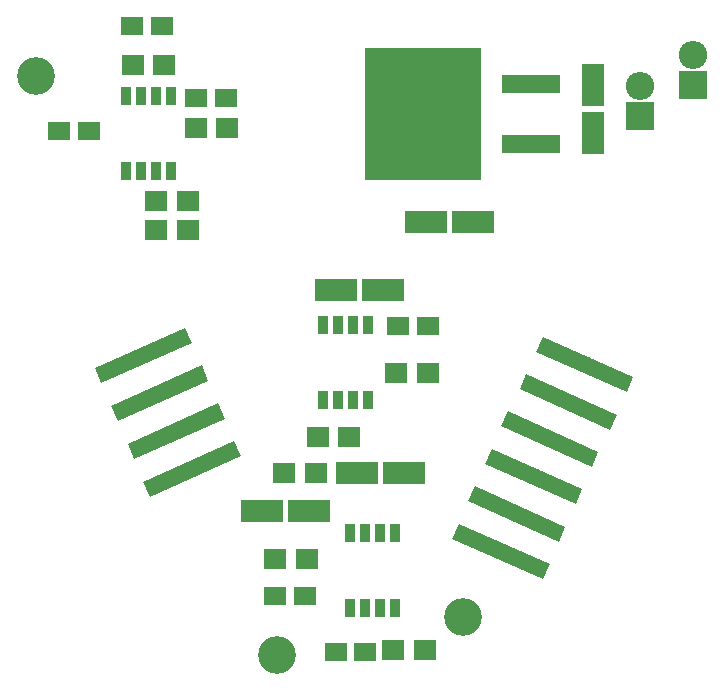
<source format=gbr>
G04 #@! TF.GenerationSoftware,KiCad,Pcbnew,no-vcs-found*
G04 #@! TF.CreationDate,2018-07-23T22:53:43+02:00*
G04 #@! TF.ProjectId,mycelium_pcb_sensor,6D7963656C69756D5F7063625F73656E,rev?*
G04 #@! TF.SameCoordinates,Original
G04 #@! TF.FileFunction,Soldermask,Top*
G04 #@! TF.FilePolarity,Negative*
%FSLAX46Y46*%
G04 Gerber Fmt 4.6, Leading zero omitted, Abs format (unit mm)*
G04 Created by KiCad (PCBNEW no-vcs-found) date Mon Jul 23 22:53:43 2018*
%MOMM*%
%LPD*%
G01*
G04 APERTURE LIST*
%ADD10O,2.400000X2.400000*%
%ADD11R,2.400000X2.400000*%
%ADD12C,1.400000*%
%ADD13C,0.050000*%
%ADD14R,1.900000X3.600000*%
%ADD15R,3.600000X1.900000*%
%ADD16R,1.900000X1.650000*%
%ADD17C,3.200000*%
%ADD18R,0.908000X1.543000*%
%ADD19R,1.900000X1.700000*%
%ADD20R,5.000000X1.500000*%
%ADD21R,9.800000X11.200000*%
G04 APERTURE END LIST*
D10*
X87210900Y-45999400D03*
D11*
X87210900Y-48539400D03*
D12*
X40627300Y-71475600D03*
D13*
G36*
X44748907Y-70406788D02*
X37075125Y-73823376D01*
X36505693Y-72544412D01*
X44179475Y-69127824D01*
X44748907Y-70406788D01*
X44748907Y-70406788D01*
G37*
D14*
X78676500Y-48584100D03*
X78676500Y-52584100D03*
D15*
X64586100Y-60185300D03*
X68586100Y-60185300D03*
D16*
X33497200Y-52476400D03*
X35997200Y-52476400D03*
X42194800Y-43561000D03*
X39694800Y-43561000D03*
X47617700Y-49644300D03*
X45117700Y-49644300D03*
D15*
X54654200Y-84582000D03*
X50654200Y-84582000D03*
X58718700Y-81407000D03*
X62718700Y-81407000D03*
D16*
X62224600Y-68986400D03*
X64724600Y-68986400D03*
D15*
X56940700Y-65874900D03*
X60940700Y-65874900D03*
D16*
X56916000Y-96545400D03*
X59416000Y-96545400D03*
X54285200Y-91821000D03*
X51785200Y-91821000D03*
D11*
X82677000Y-51206400D03*
D10*
X82677000Y-48666400D03*
D17*
X31559500Y-47802800D03*
X51917600Y-96786700D03*
X67729100Y-93599000D03*
D12*
X78003400Y-72199500D03*
D13*
G36*
X81555575Y-74547276D02*
X73881793Y-71130688D01*
X74451225Y-69851724D01*
X82125007Y-73268312D01*
X81555575Y-74547276D01*
X81555575Y-74547276D01*
G37*
D12*
X76606400Y-75387200D03*
D13*
G36*
X80158575Y-77734976D02*
X72484793Y-74318388D01*
X73054225Y-73039424D01*
X80728007Y-76456012D01*
X80158575Y-77734976D01*
X80158575Y-77734976D01*
G37*
D12*
X75044300Y-78536800D03*
D13*
G36*
X78596475Y-80884576D02*
X70922693Y-77467988D01*
X71492125Y-76189024D01*
X79165907Y-79605612D01*
X78596475Y-80884576D01*
X78596475Y-80884576D01*
G37*
D12*
X73672700Y-81699100D03*
D13*
G36*
X77224875Y-84046876D02*
X69551093Y-80630288D01*
X70120525Y-79351324D01*
X77794307Y-82767912D01*
X77224875Y-84046876D01*
X77224875Y-84046876D01*
G37*
D12*
X72250300Y-84886800D03*
D13*
G36*
X75802475Y-87234576D02*
X68128693Y-83817988D01*
X68698125Y-82539024D01*
X76371907Y-85955612D01*
X75802475Y-87234576D01*
X75802475Y-87234576D01*
G37*
D12*
X70916800Y-88061800D03*
D13*
G36*
X74468975Y-90409576D02*
X66795193Y-86992988D01*
X67364625Y-85714024D01*
X75038407Y-89130612D01*
X74468975Y-90409576D01*
X74468975Y-90409576D01*
G37*
D12*
X42024300Y-74650600D03*
D13*
G36*
X46145907Y-73581788D02*
X38472125Y-76998376D01*
X37902693Y-75719412D01*
X45576475Y-72302824D01*
X46145907Y-73581788D01*
X46145907Y-73581788D01*
G37*
D12*
X43421300Y-77863700D03*
D13*
G36*
X47542907Y-76794888D02*
X39869125Y-80211476D01*
X39299693Y-78932512D01*
X46973475Y-75515924D01*
X47542907Y-76794888D01*
X47542907Y-76794888D01*
G37*
D12*
X44754800Y-81076800D03*
D13*
G36*
X48876407Y-80007988D02*
X41202625Y-83424576D01*
X40633193Y-82145612D01*
X48306975Y-78729024D01*
X48876407Y-80007988D01*
X48876407Y-80007988D01*
G37*
D18*
X58166000Y-92862400D03*
X59436000Y-92862400D03*
X60706000Y-92862400D03*
X61976000Y-92862400D03*
X61976000Y-86512400D03*
X60706000Y-86512400D03*
X59436000Y-86512400D03*
X58166000Y-86512400D03*
D19*
X62035700Y-72898000D03*
X64735700Y-72898000D03*
X41728400Y-60858400D03*
X44428400Y-60858400D03*
X41728400Y-58343800D03*
X44428400Y-58343800D03*
X45055800Y-52184300D03*
X47755800Y-52184300D03*
X39721800Y-46837600D03*
X42421800Y-46837600D03*
X58080900Y-78333600D03*
X55380900Y-78333600D03*
X55223400Y-81381600D03*
X52523400Y-81381600D03*
X51748700Y-88722200D03*
X54448700Y-88722200D03*
X61743600Y-96431100D03*
X64443600Y-96431100D03*
D20*
X73427900Y-53568600D03*
X73427900Y-48488600D03*
D21*
X64277900Y-51028600D03*
D18*
X39192200Y-49479200D03*
X40462200Y-49479200D03*
X41732200Y-49479200D03*
X43002200Y-49479200D03*
X43002200Y-55829200D03*
X41732200Y-55829200D03*
X40462200Y-55829200D03*
X39192200Y-55829200D03*
X55854600Y-75184000D03*
X57124600Y-75184000D03*
X58394600Y-75184000D03*
X59664600Y-75184000D03*
X59664600Y-68834000D03*
X58394600Y-68834000D03*
X57124600Y-68834000D03*
X55854600Y-68834000D03*
M02*

</source>
